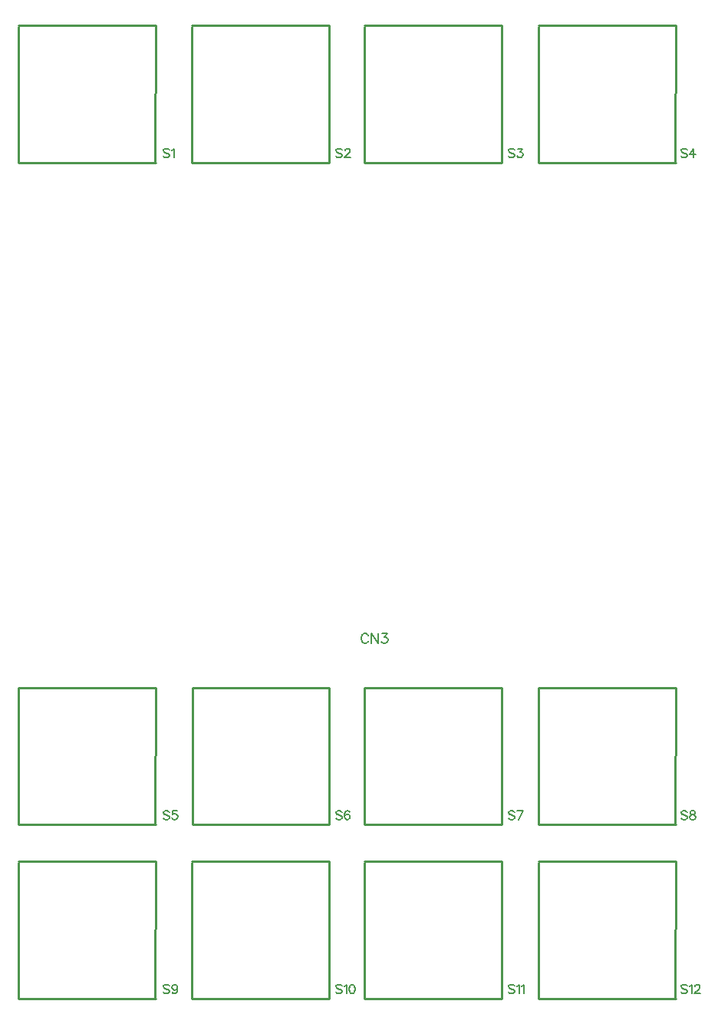
<source format=gto>
G04 Layer: TopSilkscreenLayer*
G04 EasyEDA v6.5.29, 2023-07-18 10:00:19*
G04 65aec9abdb6f4e73b05af1f89c23e90b,5a6b42c53f6a479593ecc07194224c93,10*
G04 Gerber Generator version 0.2*
G04 Scale: 100 percent, Rotated: No, Reflected: No *
G04 Dimensions in millimeters *
G04 leading zeros omitted , absolute positions ,4 integer and 5 decimal *
%FSLAX45Y45*%
%MOMM*%

%ADD10C,0.1524*%
%ADD11C,0.2540*%

%LPD*%
D10*
X2603754Y10247376D02*
G01*
X2594609Y10256265D01*
X2580893Y10260837D01*
X2562606Y10260837D01*
X2549143Y10256265D01*
X2540000Y10247376D01*
X2540000Y10238231D01*
X2544572Y10229087D01*
X2549143Y10224515D01*
X2558288Y10219944D01*
X2585465Y10210800D01*
X2594609Y10206481D01*
X2599181Y10201910D01*
X2603754Y10192765D01*
X2603754Y10179050D01*
X2594609Y10169905D01*
X2580893Y10165334D01*
X2562606Y10165334D01*
X2549143Y10169905D01*
X2540000Y10179050D01*
X2633725Y10242804D02*
G01*
X2642615Y10247376D01*
X2656331Y10260837D01*
X2656331Y10165334D01*
X4508754Y10247376D02*
G01*
X4499609Y10256265D01*
X4485893Y10260837D01*
X4467606Y10260837D01*
X4454143Y10256265D01*
X4445000Y10247376D01*
X4445000Y10238231D01*
X4449572Y10229087D01*
X4454143Y10224515D01*
X4463288Y10219944D01*
X4490465Y10210800D01*
X4499609Y10206481D01*
X4504181Y10201910D01*
X4508754Y10192765D01*
X4508754Y10179050D01*
X4499609Y10169905D01*
X4485893Y10165334D01*
X4467606Y10165334D01*
X4454143Y10169905D01*
X4445000Y10179050D01*
X4543297Y10238231D02*
G01*
X4543297Y10242804D01*
X4547615Y10251694D01*
X4552188Y10256265D01*
X4561331Y10260837D01*
X4579620Y10260837D01*
X4588509Y10256265D01*
X4593081Y10251694D01*
X4597654Y10242804D01*
X4597654Y10233660D01*
X4593081Y10224515D01*
X4584191Y10210800D01*
X4538725Y10165334D01*
X4602225Y10165334D01*
X6413754Y10247376D02*
G01*
X6404609Y10256265D01*
X6390893Y10260837D01*
X6372606Y10260837D01*
X6359143Y10256265D01*
X6350000Y10247376D01*
X6350000Y10238231D01*
X6354572Y10229087D01*
X6359143Y10224515D01*
X6368288Y10219944D01*
X6395465Y10210800D01*
X6404609Y10206481D01*
X6409181Y10201910D01*
X6413754Y10192765D01*
X6413754Y10179050D01*
X6404609Y10169905D01*
X6390893Y10165334D01*
X6372606Y10165334D01*
X6359143Y10169905D01*
X6350000Y10179050D01*
X6452615Y10260837D02*
G01*
X6502654Y10260837D01*
X6475475Y10224515D01*
X6489191Y10224515D01*
X6498081Y10219944D01*
X6502654Y10215371D01*
X6507225Y10201910D01*
X6507225Y10192765D01*
X6502654Y10179050D01*
X6493509Y10169905D01*
X6480047Y10165334D01*
X6466331Y10165334D01*
X6452615Y10169905D01*
X6448297Y10174478D01*
X6443725Y10183621D01*
X8318754Y10247376D02*
G01*
X8309609Y10256265D01*
X8295893Y10260837D01*
X8277606Y10260837D01*
X8264143Y10256265D01*
X8255000Y10247376D01*
X8255000Y10238231D01*
X8259572Y10229087D01*
X8264143Y10224515D01*
X8273288Y10219944D01*
X8300465Y10210800D01*
X8309609Y10206481D01*
X8314181Y10201910D01*
X8318754Y10192765D01*
X8318754Y10179050D01*
X8309609Y10169905D01*
X8295893Y10165334D01*
X8277606Y10165334D01*
X8264143Y10169905D01*
X8255000Y10179050D01*
X8394191Y10260837D02*
G01*
X8348725Y10197337D01*
X8416797Y10197337D01*
X8394191Y10260837D02*
G01*
X8394191Y10165334D01*
X2603754Y2944876D02*
G01*
X2594609Y2953765D01*
X2580893Y2958337D01*
X2562606Y2958337D01*
X2549143Y2953765D01*
X2540000Y2944876D01*
X2540000Y2935731D01*
X2544572Y2926587D01*
X2549143Y2922015D01*
X2558288Y2917444D01*
X2585465Y2908300D01*
X2594609Y2903981D01*
X2599181Y2899410D01*
X2603754Y2890265D01*
X2603754Y2876550D01*
X2594609Y2867405D01*
X2580893Y2862834D01*
X2562606Y2862834D01*
X2549143Y2867405D01*
X2540000Y2876550D01*
X2688081Y2958337D02*
G01*
X2642615Y2958337D01*
X2638297Y2917444D01*
X2642615Y2922015D01*
X2656331Y2926587D01*
X2670047Y2926587D01*
X2683509Y2922015D01*
X2692654Y2912871D01*
X2697225Y2899410D01*
X2697225Y2890265D01*
X2692654Y2876550D01*
X2683509Y2867405D01*
X2670047Y2862834D01*
X2656331Y2862834D01*
X2642615Y2867405D01*
X2638297Y2871978D01*
X2633725Y2881121D01*
X4508754Y2944876D02*
G01*
X4499609Y2953765D01*
X4485893Y2958337D01*
X4467606Y2958337D01*
X4454143Y2953765D01*
X4445000Y2944876D01*
X4445000Y2935731D01*
X4449572Y2926587D01*
X4454143Y2922015D01*
X4463288Y2917444D01*
X4490465Y2908300D01*
X4499609Y2903981D01*
X4504181Y2899410D01*
X4508754Y2890265D01*
X4508754Y2876550D01*
X4499609Y2867405D01*
X4485893Y2862834D01*
X4467606Y2862834D01*
X4454143Y2867405D01*
X4445000Y2876550D01*
X4593081Y2944876D02*
G01*
X4588509Y2953765D01*
X4575047Y2958337D01*
X4565904Y2958337D01*
X4552188Y2953765D01*
X4543297Y2940304D01*
X4538725Y2917444D01*
X4538725Y2894837D01*
X4543297Y2876550D01*
X4552188Y2867405D01*
X4565904Y2862834D01*
X4570475Y2862834D01*
X4584191Y2867405D01*
X4593081Y2876550D01*
X4597654Y2890265D01*
X4597654Y2894837D01*
X4593081Y2908300D01*
X4584191Y2917444D01*
X4570475Y2922015D01*
X4565904Y2922015D01*
X4552188Y2917444D01*
X4543297Y2908300D01*
X4538725Y2894837D01*
X6413754Y2944876D02*
G01*
X6404609Y2953765D01*
X6390893Y2958337D01*
X6372606Y2958337D01*
X6359143Y2953765D01*
X6350000Y2944876D01*
X6350000Y2935731D01*
X6354572Y2926587D01*
X6359143Y2922015D01*
X6368288Y2917444D01*
X6395465Y2908300D01*
X6404609Y2903981D01*
X6409181Y2899410D01*
X6413754Y2890265D01*
X6413754Y2876550D01*
X6404609Y2867405D01*
X6390893Y2862834D01*
X6372606Y2862834D01*
X6359143Y2867405D01*
X6350000Y2876550D01*
X6507225Y2958337D02*
G01*
X6461759Y2862834D01*
X6443725Y2958337D02*
G01*
X6507225Y2958337D01*
X8318754Y2944876D02*
G01*
X8309609Y2953765D01*
X8295893Y2958337D01*
X8277606Y2958337D01*
X8264143Y2953765D01*
X8255000Y2944876D01*
X8255000Y2935731D01*
X8259572Y2926587D01*
X8264143Y2922015D01*
X8273288Y2917444D01*
X8300465Y2908300D01*
X8309609Y2903981D01*
X8314181Y2899410D01*
X8318754Y2890265D01*
X8318754Y2876550D01*
X8309609Y2867405D01*
X8295893Y2862834D01*
X8277606Y2862834D01*
X8264143Y2867405D01*
X8255000Y2876550D01*
X8371331Y2958337D02*
G01*
X8357615Y2953765D01*
X8353297Y2944876D01*
X8353297Y2935731D01*
X8357615Y2926587D01*
X8366759Y2922015D01*
X8385047Y2917444D01*
X8398509Y2912871D01*
X8407654Y2903981D01*
X8412225Y2894837D01*
X8412225Y2881121D01*
X8407654Y2871978D01*
X8403081Y2867405D01*
X8389620Y2862834D01*
X8371331Y2862834D01*
X8357615Y2867405D01*
X8353297Y2871978D01*
X8348725Y2881121D01*
X8348725Y2894837D01*
X8353297Y2903981D01*
X8362188Y2912871D01*
X8375904Y2917444D01*
X8394191Y2922015D01*
X8403081Y2926587D01*
X8407654Y2935731D01*
X8407654Y2944876D01*
X8403081Y2953765D01*
X8389620Y2958337D01*
X8371331Y2958337D01*
X8318754Y1027176D02*
G01*
X8309609Y1036065D01*
X8295893Y1040637D01*
X8277606Y1040637D01*
X8264143Y1036065D01*
X8255000Y1027176D01*
X8255000Y1018031D01*
X8259572Y1008887D01*
X8264143Y1004315D01*
X8273288Y999744D01*
X8300465Y990600D01*
X8309609Y986281D01*
X8314181Y981710D01*
X8318754Y972565D01*
X8318754Y958850D01*
X8309609Y949705D01*
X8295893Y945134D01*
X8277606Y945134D01*
X8264143Y949705D01*
X8255000Y958850D01*
X8348725Y1022604D02*
G01*
X8357615Y1027176D01*
X8371331Y1040637D01*
X8371331Y945134D01*
X8405875Y1018031D02*
G01*
X8405875Y1022604D01*
X8410447Y1031494D01*
X8415020Y1036065D01*
X8424163Y1040637D01*
X8442197Y1040637D01*
X8451341Y1036065D01*
X8455913Y1031494D01*
X8460486Y1022604D01*
X8460486Y1013460D01*
X8455913Y1004315D01*
X8446770Y990600D01*
X8401304Y945134D01*
X8465058Y945134D01*
X6413754Y1027176D02*
G01*
X6404609Y1036065D01*
X6390893Y1040637D01*
X6372606Y1040637D01*
X6359143Y1036065D01*
X6350000Y1027176D01*
X6350000Y1018031D01*
X6354572Y1008887D01*
X6359143Y1004315D01*
X6368288Y999744D01*
X6395465Y990600D01*
X6404609Y986281D01*
X6409181Y981710D01*
X6413754Y972565D01*
X6413754Y958850D01*
X6404609Y949705D01*
X6390893Y945134D01*
X6372606Y945134D01*
X6359143Y949705D01*
X6350000Y958850D01*
X6443725Y1022604D02*
G01*
X6452615Y1027176D01*
X6466331Y1040637D01*
X6466331Y945134D01*
X6496304Y1022604D02*
G01*
X6505447Y1027176D01*
X6519163Y1040637D01*
X6519163Y945134D01*
X4508754Y1027176D02*
G01*
X4499609Y1036065D01*
X4485893Y1040637D01*
X4467606Y1040637D01*
X4454143Y1036065D01*
X4445000Y1027176D01*
X4445000Y1018031D01*
X4449572Y1008887D01*
X4454143Y1004315D01*
X4463288Y999744D01*
X4490465Y990600D01*
X4499609Y986281D01*
X4504181Y981710D01*
X4508754Y972565D01*
X4508754Y958850D01*
X4499609Y949705D01*
X4485893Y945134D01*
X4467606Y945134D01*
X4454143Y949705D01*
X4445000Y958850D01*
X4538725Y1022604D02*
G01*
X4547615Y1027176D01*
X4561331Y1040637D01*
X4561331Y945134D01*
X4618736Y1040637D02*
G01*
X4605020Y1036065D01*
X4595875Y1022604D01*
X4591304Y999744D01*
X4591304Y986281D01*
X4595875Y963421D01*
X4605020Y949705D01*
X4618736Y945134D01*
X4627625Y945134D01*
X4641341Y949705D01*
X4650486Y963421D01*
X4655058Y986281D01*
X4655058Y999744D01*
X4650486Y1022604D01*
X4641341Y1036065D01*
X4627625Y1040637D01*
X4618736Y1040637D01*
X2603754Y1027176D02*
G01*
X2594609Y1036065D01*
X2580893Y1040637D01*
X2562606Y1040637D01*
X2549143Y1036065D01*
X2540000Y1027176D01*
X2540000Y1018031D01*
X2544572Y1008887D01*
X2549143Y1004315D01*
X2558288Y999744D01*
X2585465Y990600D01*
X2594609Y986281D01*
X2599181Y981710D01*
X2603754Y972565D01*
X2603754Y958850D01*
X2594609Y949705D01*
X2580893Y945134D01*
X2562606Y945134D01*
X2549143Y949705D01*
X2540000Y958850D01*
X2692654Y1008887D02*
G01*
X2688081Y995171D01*
X2679191Y986281D01*
X2665475Y981710D01*
X2660904Y981710D01*
X2647188Y986281D01*
X2638297Y995171D01*
X2633725Y1008887D01*
X2633725Y1013460D01*
X2638297Y1027176D01*
X2647188Y1036065D01*
X2660904Y1040637D01*
X2665475Y1040637D01*
X2679191Y1036065D01*
X2688081Y1027176D01*
X2692654Y1008887D01*
X2692654Y986281D01*
X2688081Y963421D01*
X2679191Y949705D01*
X2665475Y945134D01*
X2656331Y945134D01*
X2642615Y949705D01*
X2638297Y958850D01*
X4802332Y4889962D02*
G01*
X4797135Y4900353D01*
X4786744Y4910744D01*
X4776355Y4915938D01*
X4755573Y4915938D01*
X4745182Y4910744D01*
X4734791Y4900353D01*
X4729594Y4889962D01*
X4724400Y4874374D01*
X4724400Y4848397D01*
X4729594Y4832812D01*
X4734791Y4822421D01*
X4745182Y4812029D01*
X4755573Y4806835D01*
X4776355Y4806835D01*
X4786744Y4812029D01*
X4797135Y4822421D01*
X4802332Y4832812D01*
X4836622Y4915938D02*
G01*
X4836622Y4806835D01*
X4836622Y4915938D02*
G01*
X4909357Y4806835D01*
X4909357Y4915938D02*
G01*
X4909357Y4806835D01*
X4954038Y4915938D02*
G01*
X5011188Y4915938D01*
X4980015Y4874374D01*
X4995603Y4874374D01*
X5005994Y4869179D01*
X5011188Y4863985D01*
X5016385Y4848397D01*
X5016385Y4838006D01*
X5011188Y4822421D01*
X5000797Y4812029D01*
X4985212Y4806835D01*
X4969624Y4806835D01*
X4954038Y4812029D01*
X4948844Y4817224D01*
X4943647Y4827615D01*
D11*
X8189503Y889000D02*
G01*
X8191500Y2400300D01*
X6680200Y889000D02*
G01*
X8191500Y889000D01*
X6678203Y2400300D02*
G01*
X8191500Y2400300D01*
X6678203Y889000D02*
G01*
X6678203Y2388301D01*
X6271803Y889000D02*
G01*
X6273800Y2400300D01*
X4762500Y889000D02*
G01*
X6273800Y889000D01*
X4760503Y2400300D02*
G01*
X6273800Y2400300D01*
X4760503Y889000D02*
G01*
X4760503Y2388301D01*
X4366803Y889000D02*
G01*
X4368800Y2400300D01*
X2857500Y889000D02*
G01*
X4368800Y889000D01*
X2855503Y2400300D02*
G01*
X4368800Y2400300D01*
X2855503Y889000D02*
G01*
X2855503Y2388301D01*
X2449103Y889000D02*
G01*
X2451100Y2400300D01*
X939800Y889000D02*
G01*
X2451100Y889000D01*
X937803Y2400300D02*
G01*
X2451100Y2400300D01*
X937803Y889000D02*
G01*
X937803Y2388301D01*
X8189503Y10109200D02*
G01*
X8191500Y11620500D01*
X6680200Y10109200D02*
G01*
X8191500Y10109200D01*
X6678203Y11620500D02*
G01*
X8191500Y11620500D01*
X6678203Y10109200D02*
G01*
X6678203Y11608501D01*
X6271803Y10109200D02*
G01*
X6273800Y11620500D01*
X4762500Y10109200D02*
G01*
X6273800Y10109200D01*
X4760503Y11620500D02*
G01*
X6273800Y11620500D01*
X4760503Y10109200D02*
G01*
X4760503Y11608501D01*
X4366803Y10109200D02*
G01*
X4368800Y11620500D01*
X2857500Y10109200D02*
G01*
X4368800Y10109200D01*
X2855503Y11620500D02*
G01*
X4368800Y11620500D01*
X2855503Y10109200D02*
G01*
X2855503Y11608501D01*
X2449103Y10109200D02*
G01*
X2451100Y11620500D01*
X939800Y10109200D02*
G01*
X2451100Y10109200D01*
X937803Y11620500D02*
G01*
X2451100Y11620500D01*
X937803Y10109200D02*
G01*
X937803Y11608501D01*
X8189503Y2806700D02*
G01*
X8191500Y4318000D01*
X6680200Y2806700D02*
G01*
X8191500Y2806700D01*
X6678203Y4318000D02*
G01*
X8191500Y4318000D01*
X6678203Y2806700D02*
G01*
X6678203Y4306001D01*
X6271803Y2806700D02*
G01*
X6273800Y4318000D01*
X4762500Y2806700D02*
G01*
X6273800Y2806700D01*
X4760503Y4318000D02*
G01*
X6273800Y4318000D01*
X4760503Y2806700D02*
G01*
X4760503Y4306001D01*
X4368800Y2806700D02*
G01*
X4370796Y4318000D01*
X2859496Y2806700D02*
G01*
X4370796Y2806700D01*
X2857500Y4318000D02*
G01*
X4370796Y4318000D01*
X2857500Y2806700D02*
G01*
X2857500Y4306001D01*
X2449103Y2806700D02*
G01*
X2451100Y4318000D01*
X939800Y2806700D02*
G01*
X2451100Y2806700D01*
X937803Y4318000D02*
G01*
X2451100Y4318000D01*
X937803Y2806700D02*
G01*
X937803Y4306001D01*
M02*

</source>
